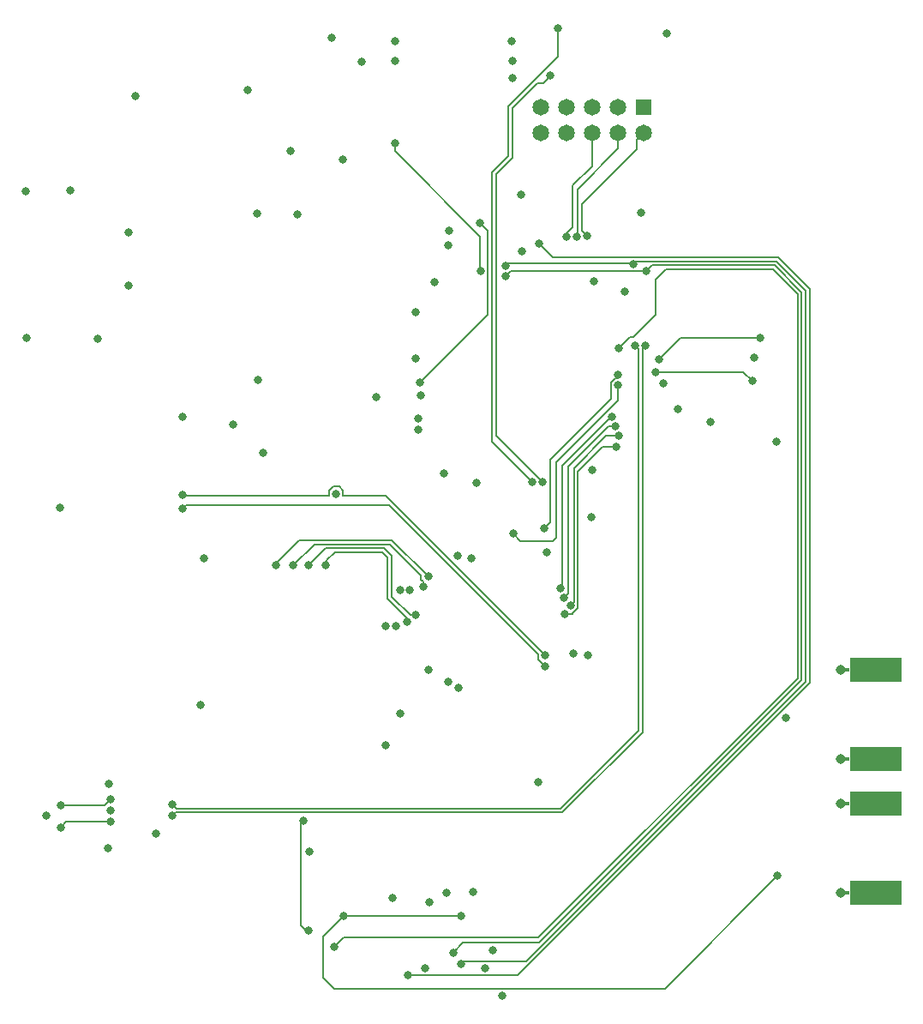
<source format=gbr>
%TF.GenerationSoftware,KiCad,Pcbnew,9.0.7*%
%TF.CreationDate,2026-02-08T15:09:09+00:00*%
%TF.ProjectId,lnb_control,6c6e625f-636f-46e7-9472-6f6c2e6b6963,rev?*%
%TF.SameCoordinates,Original*%
%TF.FileFunction,Copper,L4,Bot*%
%TF.FilePolarity,Positive*%
%FSLAX46Y46*%
G04 Gerber Fmt 4.6, Leading zero omitted, Abs format (unit mm)*
G04 Created by KiCad (PCBNEW 9.0.7) date 2026-02-08 15:09:09*
%MOMM*%
%LPD*%
G01*
G04 APERTURE LIST*
%TA.AperFunction,ComponentPad*%
%ADD10R,1.650000X1.650000*%
%TD*%
%TA.AperFunction,ComponentPad*%
%ADD11C,1.650000*%
%TD*%
%TA.AperFunction,SMDPad,CuDef*%
%ADD12R,5.080000X2.420000*%
%TD*%
%TA.AperFunction,SMDPad,CuDef*%
%ADD13R,0.950000X0.460000*%
%TD*%
%TA.AperFunction,ComponentPad*%
%ADD14C,0.970000*%
%TD*%
%TA.AperFunction,ViaPad*%
%ADD15C,0.800000*%
%TD*%
%TA.AperFunction,Conductor*%
%ADD16C,0.200000*%
%TD*%
G04 APERTURE END LIST*
D10*
%TO.P,J5,1,1*%
%TO.N,+3V3*%
X114055000Y-59685000D03*
D11*
%TO.P,J5,2,2*%
%TO.N,/MCU/SWDIO*%
X114055000Y-62225000D03*
%TO.P,J5,3,3*%
%TO.N,GND*%
X111515000Y-59685000D03*
%TO.P,J5,4,4*%
%TO.N,/MCU/SWCLK*%
X111515000Y-62225000D03*
%TO.P,J5,5,5*%
%TO.N,GND*%
X108975000Y-59685000D03*
%TO.P,J5,6,6*%
%TO.N,/MCU/SWO*%
X108975000Y-62225000D03*
%TO.P,J5,7,7*%
%TO.N,GND*%
X106435000Y-59685000D03*
%TO.P,J5,8,8*%
%TO.N,unconnected-(J5-Pad8)*%
X106435000Y-62225000D03*
%TO.P,J5,9,9*%
%TO.N,GND*%
X103895000Y-59685000D03*
%TO.P,J5,10,10*%
%TO.N,/MCU/NRST*%
X103895000Y-62225000D03*
%TD*%
D12*
%TO.P,J6,2,Ext*%
%TO.N,GND*%
X136950000Y-124030000D03*
X136950000Y-115270000D03*
D13*
X133960000Y-124030000D03*
X133960000Y-115270000D03*
D14*
X133510000Y-124030000D03*
X133510000Y-115270000D03*
%TD*%
D12*
%TO.P,J7,2,Ext*%
%TO.N,GND*%
X136950000Y-137250000D03*
X136950000Y-128490000D03*
D13*
X133960000Y-137250000D03*
X133960000Y-128490000D03*
D14*
X133510000Y-137250000D03*
X133510000Y-128490000D03*
%TD*%
D15*
%TO.N,GND*%
X63156634Y-77300040D03*
X89949997Y-107350000D03*
X61202000Y-126515000D03*
X124950000Y-84450000D03*
X91538000Y-79938000D03*
X101050000Y-55100000D03*
X76450000Y-93850000D03*
X65902000Y-131415000D03*
X94350000Y-95850000D03*
X94700000Y-116400000D03*
X56370000Y-99220000D03*
X95700000Y-104000000D03*
X101950000Y-68350000D03*
X101000000Y-53150000D03*
X61102000Y-132815000D03*
X116350000Y-52400000D03*
X115950000Y-87000000D03*
X57375000Y-67900000D03*
X86150000Y-55200000D03*
X112200000Y-77925000D03*
X100050000Y-147400000D03*
X90000000Y-119600000D03*
X60125000Y-82575000D03*
X92880908Y-138171565D03*
X89450000Y-55100000D03*
X79850000Y-70300000D03*
X53025000Y-67975000D03*
X63188247Y-72052347D03*
X87600000Y-88350000D03*
X88549997Y-110950000D03*
X83650000Y-97850000D03*
X89450000Y-53150000D03*
X120650000Y-90750000D03*
X94700000Y-73300000D03*
X103630908Y-126321565D03*
X128050000Y-120000000D03*
X108850000Y-100200000D03*
X63850000Y-58600000D03*
X108550000Y-113800000D03*
X53050000Y-82475000D03*
X74930000Y-58000000D03*
%TO.N,+3V3*%
X92050000Y-88150000D03*
X107131250Y-113631250D03*
X95750000Y-117000000D03*
X113750000Y-70100000D03*
X70570000Y-104260000D03*
X70290000Y-118740000D03*
X97050000Y-104200000D03*
X91538000Y-84488000D03*
X104450000Y-103612500D03*
X88550000Y-122650000D03*
X84300000Y-64900000D03*
X92800000Y-115250000D03*
X102000000Y-73900000D03*
X127200000Y-92700000D03*
X90950000Y-107350000D03*
X109088000Y-76850000D03*
X93400000Y-77000000D03*
X79150000Y-64000000D03*
X97550000Y-96800000D03*
X89550000Y-110950000D03*
X94850000Y-71900000D03*
X75900000Y-86650000D03*
X117450000Y-89500000D03*
X75850000Y-70200000D03*
X108950000Y-95551000D03*
X101100000Y-56800000D03*
%TO.N,/MCU/NRST*%
X97850000Y-71100000D03*
X91950000Y-86912000D03*
%TO.N,+12V*%
X98400000Y-144721565D03*
X97180908Y-137171565D03*
X83200000Y-52800000D03*
X89230908Y-137721565D03*
%TO.N,/MCU/W5500 Ethernet/SCSN*%
X106276958Y-109714958D03*
X111350000Y-93250000D03*
%TO.N,/MCU/W5500 Ethernet/SCLK*%
X111550148Y-92150452D03*
X106839434Y-108888142D03*
%TO.N,/MCU/W5500 Ethernet/MISO*%
X111239270Y-91200000D03*
X106166228Y-108148685D03*
%TO.N,/MCU/BOOT0*%
X89450000Y-63250000D03*
X97950000Y-75900000D03*
%TO.N,/MCU/I2C1_SDA*%
X113000000Y-75200000D03*
X100400000Y-75400000D03*
X96000000Y-144300000D03*
%TO.N,/MCU/I2C3_SCL*%
X124800000Y-86750000D03*
X115200000Y-85850000D03*
%TO.N,/MCU/W5500 Ethernet/W5500_RST*%
X101150000Y-101800000D03*
X111500000Y-87150000D03*
%TO.N,/MCU/USART3_RX*%
X104050000Y-96700000D03*
X104850000Y-56600000D03*
%TO.N,/MCU/LNBH26PQR/LNB_FLT*%
X103700000Y-73150000D03*
X90780908Y-145421565D03*
%TO.N,/MCU/SWCLK*%
X107450000Y-72500000D03*
%TO.N,/MCU/W5500 Ethernet/MOSI*%
X110923042Y-90251315D03*
X105850000Y-107200000D03*
%TO.N,/MCU/W5500 Ethernet/W5500_INT*%
X111500000Y-86100000D03*
X104200000Y-101250000D03*
%TO.N,/MCU/I2C3_SDA*%
X125550000Y-82450000D03*
X115600000Y-84550000D03*
%TO.N,/MCU/SWDIO*%
X108446684Y-72418604D03*
%TO.N,/MCU/I2C1_SCL*%
X100400000Y-76400000D03*
X114250000Y-75900000D03*
X95200000Y-143150000D03*
%TO.N,/MCU/SWO*%
X106450000Y-72451000D03*
%TO.N,/MCU/USART3_TX*%
X105600000Y-51900000D03*
X103049997Y-96700000D03*
%TO.N,VBUS*%
X55002000Y-129615000D03*
X61352000Y-129115000D03*
%TO.N,/MCU/W5500 Ethernet/RXP*%
X82600000Y-104950000D03*
X90700000Y-110500000D03*
%TO.N,/MCU/W5500 Ethernet/TXN*%
X77750000Y-104950000D03*
X92750000Y-106050000D03*
%TO.N,/MCU/W5500 Ethernet/RXN*%
X80950000Y-104950000D03*
X91550000Y-109850000D03*
%TO.N,/MCU/W5500 Ethernet/LNKLED*%
X68470000Y-99300000D03*
X104300000Y-114900000D03*
%TO.N,/MCU/W5500 Ethernet/ACTLED*%
X68470000Y-98000000D03*
X104300000Y-113800000D03*
%TO.N,/MCU/W5500 Ethernet/TXP*%
X92250000Y-107000000D03*
X79400000Y-104950000D03*
%TO.N,+3V3_ANA*%
X91800000Y-91500000D03*
X73450000Y-91050000D03*
%TO.N,VSSA*%
X91800000Y-90400000D03*
X68500000Y-90300000D03*
%TO.N,USB_D-*%
X67502000Y-128565000D03*
X113213131Y-83250000D03*
%TO.N,USB_D+*%
X67502000Y-129615000D03*
X114213134Y-83250000D03*
%TO.N,Net-(IC2-PA8)*%
X83455908Y-142621565D03*
X111550000Y-83450000D03*
%TO.N,Net-(D4-K)*%
X80450000Y-130100000D03*
X80950000Y-141000000D03*
%TO.N,Net-(D5-A)*%
X84400000Y-139550000D03*
X127250000Y-135600000D03*
X95980908Y-139571565D03*
%TO.N,USB_DP*%
X56452000Y-130815000D03*
X61352000Y-130265000D03*
%TO.N,USB_DN*%
X56452000Y-128615000D03*
X61352000Y-128065000D03*
%TO.N,PGND*%
X81030908Y-133221565D03*
X92430908Y-144671565D03*
X94580908Y-137221565D03*
X99150000Y-142900000D03*
%TD*%
D16*
%TO.N,/MCU/NRST*%
X98651000Y-80211000D02*
X98651000Y-71901000D01*
X98651000Y-71901000D02*
X97850000Y-71100000D01*
X91950000Y-86912000D02*
X98651000Y-80211000D01*
%TO.N,/MCU/W5500 Ethernet/SCSN*%
X107000000Y-109589142D02*
X107000000Y-109710976D01*
X109950000Y-93250000D02*
X107551000Y-95649000D01*
X107540434Y-109178506D02*
X107129798Y-109589142D01*
X107540434Y-108754242D02*
X107540434Y-109178506D01*
X107129798Y-109589142D02*
X107000000Y-109589142D01*
X107551000Y-95649000D02*
X107551000Y-108743676D01*
X107000000Y-109710976D02*
X107003982Y-109714958D01*
X107551000Y-108743676D02*
X107540434Y-108754242D01*
X111350000Y-93250000D02*
X109950000Y-93250000D01*
X107003982Y-109714958D02*
X106276958Y-109714958D01*
%TO.N,/MCU/W5500 Ethernet/SCLK*%
X111550148Y-92150452D02*
X111549696Y-92150000D01*
X111549696Y-92150000D02*
X110350000Y-92150000D01*
X110350000Y-92150000D02*
X107150000Y-95350000D01*
X107150000Y-108577576D02*
X106839434Y-108888142D01*
X107150000Y-95350000D02*
X107150000Y-108577576D01*
%TO.N,/MCU/W5500 Ethernet/MISO*%
X106600000Y-107714913D02*
X106600000Y-95141457D01*
X106600000Y-95141457D02*
X110541457Y-91200000D01*
X110541457Y-91200000D02*
X111239270Y-91200000D01*
X106166228Y-108148685D02*
X106600000Y-107714913D01*
%TO.N,/MCU/BOOT0*%
X97950000Y-75900000D02*
X97900000Y-75850000D01*
X97900000Y-75850000D02*
X97900000Y-72450000D01*
X89450000Y-64000000D02*
X89450000Y-63250000D01*
X97900000Y-72450000D02*
X89450000Y-64000000D01*
%TO.N,/MCU/I2C1_SDA*%
X130049000Y-77816100D02*
X127133900Y-74901000D01*
X113000000Y-75200000D02*
X112949000Y-75149000D01*
X96279435Y-144020565D02*
X102412335Y-144020565D01*
X96000000Y-144300000D02*
X96279435Y-144020565D01*
X100651000Y-75149000D02*
X100400000Y-75400000D01*
X130049000Y-116383900D02*
X130049000Y-77816100D01*
X102412335Y-144020565D02*
X130049000Y-116383900D01*
X127133900Y-74901000D02*
X113299000Y-74901000D01*
X113299000Y-74901000D02*
X113000000Y-75200000D01*
X113000000Y-75200000D02*
X113000000Y-74900000D01*
X112949000Y-75149000D02*
X100651000Y-75149000D01*
X113000000Y-75200000D02*
X113050000Y-75150000D01*
%TO.N,/MCU/I2C3_SCL*%
X123900000Y-85850000D02*
X124800000Y-86750000D01*
X115200000Y-85850000D02*
X123900000Y-85850000D01*
%TO.N,/MCU/W5500 Ethernet/W5500_RST*%
X105090364Y-102501000D02*
X105400000Y-102191364D01*
X101851000Y-102501000D02*
X105090364Y-102501000D01*
X101150000Y-101800000D02*
X101851000Y-102501000D01*
X105400000Y-102191364D02*
X105400000Y-94750000D01*
X111500000Y-88650000D02*
X111500000Y-87150000D01*
X105400000Y-94750000D02*
X111500000Y-88650000D01*
%TO.N,/MCU/USART3_RX*%
X104550997Y-56600000D02*
X104850000Y-56600000D01*
X104050000Y-96700000D02*
X99451000Y-92101000D01*
X103566100Y-57301000D02*
X104140361Y-57301000D01*
X101051000Y-59816100D02*
X103566100Y-57301000D01*
X99451000Y-71566800D02*
X99451000Y-66316100D01*
X99453000Y-80543200D02*
X99453000Y-71568800D01*
X99451000Y-80545200D02*
X99453000Y-80543200D01*
X99453000Y-71568800D02*
X99451000Y-71566800D01*
X99451000Y-92101000D02*
X99451000Y-80545200D01*
X101051000Y-64716100D02*
X101051000Y-59816100D01*
X104140361Y-57301000D02*
X104550997Y-56890364D01*
X99451000Y-66316100D02*
X101051000Y-64716100D01*
X104550997Y-56890364D02*
X104550997Y-56600000D01*
%TO.N,/MCU/LNBH26PQR/LNB_FLT*%
X103700000Y-73150000D02*
X105050000Y-74500000D01*
X101578435Y-145421565D02*
X90780908Y-145421565D01*
X105050000Y-74500000D02*
X112708636Y-74500000D01*
X112708636Y-74500000D02*
X112709636Y-74499000D01*
X130450000Y-77650000D02*
X130450000Y-116550000D01*
X112709636Y-74499000D02*
X113290364Y-74499000D01*
X113290364Y-74499000D02*
X113291364Y-74500000D01*
X113291364Y-74500000D02*
X127300000Y-74500000D01*
X127300000Y-74500000D02*
X130450000Y-77650000D01*
X130450000Y-116550000D02*
X101578435Y-145421565D01*
%TO.N,/MCU/SWCLK*%
X107500000Y-72450000D02*
X107500000Y-67820000D01*
X111515000Y-63805000D02*
X111515000Y-62225000D01*
X107500000Y-67820000D02*
X111515000Y-63805000D01*
X107450000Y-72500000D02*
X107500000Y-72450000D01*
%TO.N,/MCU/W5500 Ethernet/MOSI*%
X106000000Y-95050000D02*
X110798685Y-90251315D01*
X110798685Y-90251315D02*
X110923042Y-90251315D01*
X105850000Y-107200000D02*
X106000000Y-107050000D01*
X106000000Y-107050000D02*
X106000000Y-95050000D01*
%TO.N,/MCU/W5500 Ethernet/W5500_INT*%
X111500000Y-86100000D02*
X111500000Y-86449000D01*
X111209636Y-86449000D02*
X110799000Y-86859636D01*
X111500000Y-86449000D02*
X111209636Y-86449000D01*
X104800000Y-100650000D02*
X104200000Y-101250000D01*
X110799000Y-86859636D02*
X110799000Y-88501000D01*
X104800000Y-94500000D02*
X104800000Y-100650000D01*
X110799000Y-88501000D02*
X104800000Y-94500000D01*
%TO.N,/MCU/I2C3_SDA*%
X125550000Y-82450000D02*
X117700000Y-82450000D01*
X117700000Y-82450000D02*
X115600000Y-84550000D01*
%TO.N,/MCU/SWDIO*%
X107950000Y-71921920D02*
X107950000Y-69250000D01*
X108446684Y-72418604D02*
X107950000Y-71921920D01*
X113350000Y-63850000D02*
X113350000Y-62930000D01*
X107950000Y-69250000D02*
X113350000Y-63850000D01*
X113350000Y-62930000D02*
X114055000Y-62225000D01*
%TO.N,/MCU/I2C1_SCL*%
X95200000Y-143150000D02*
X96150000Y-142200000D01*
X129648000Y-77982200D02*
X126967800Y-75302000D01*
X129648000Y-116217800D02*
X129648000Y-77982200D01*
X95200000Y-143150000D02*
X95497527Y-142852473D01*
X114250000Y-75900000D02*
X100900000Y-75900000D01*
X96150000Y-142200000D02*
X103665800Y-142200000D01*
X114848000Y-75302000D02*
X114250000Y-75900000D01*
X100900000Y-75900000D02*
X100400000Y-76400000D01*
X114250000Y-75900000D02*
X114300000Y-75850000D01*
X126967800Y-75302000D02*
X114848000Y-75302000D01*
X103665800Y-142200000D02*
X129648000Y-116217800D01*
%TO.N,/MCU/SWO*%
X107050000Y-71550000D02*
X107050000Y-67400000D01*
X106450000Y-72150000D02*
X107050000Y-71550000D01*
X106450000Y-72451000D02*
X106450000Y-72150000D01*
X108930000Y-62270000D02*
X108975000Y-62225000D01*
X108930000Y-65520000D02*
X108930000Y-62270000D01*
X107050000Y-67400000D02*
X108930000Y-65520000D01*
%TO.N,/MCU/USART3_TX*%
X100650000Y-64550000D02*
X99050000Y-66150000D01*
X99052000Y-80377100D02*
X99050000Y-80379100D01*
X105600000Y-51900000D02*
X105600000Y-54700000D01*
X99050000Y-66150000D02*
X99050000Y-71732900D01*
X105600000Y-54700000D02*
X100650000Y-59650000D01*
X100650000Y-59650000D02*
X100650000Y-64550000D01*
X99052000Y-71734900D02*
X99052000Y-80377100D01*
X99050000Y-71732900D02*
X99052000Y-71734900D01*
X99050000Y-80379100D02*
X99050000Y-92700003D01*
X99050000Y-92700003D02*
X103049997Y-96700000D01*
%TO.N,/MCU/W5500 Ethernet/RXP*%
X90700000Y-110132843D02*
X88750000Y-108182843D01*
X90700000Y-110500000D02*
X90700000Y-110132843D01*
X88750000Y-108182843D02*
X88750000Y-104148593D01*
X83532844Y-103650000D02*
X82750000Y-104432844D01*
X88251407Y-103650000D02*
X83532844Y-103650000D01*
X88750000Y-104148593D02*
X88251407Y-103650000D01*
X82750000Y-104432844D02*
X82750000Y-104650000D01*
%TO.N,/MCU/W5500 Ethernet/TXN*%
X92750000Y-106050000D02*
X89150000Y-102450000D01*
X80017156Y-102450000D02*
X77750000Y-104717156D01*
X77750000Y-104717156D02*
X77750000Y-104950000D01*
X89150000Y-102450000D02*
X80017156Y-102450000D01*
%TO.N,/MCU/W5500 Ethernet/RXN*%
X89150000Y-103982905D02*
X88417095Y-103250000D01*
X90982843Y-109850000D02*
X89150000Y-108017157D01*
X91550000Y-109850000D02*
X90982843Y-109850000D01*
X88417095Y-103250000D02*
X82650000Y-103250000D01*
X89150000Y-108017157D02*
X89150000Y-103982905D01*
X82650000Y-103250000D02*
X80950000Y-104950000D01*
%TO.N,/MCU/W5500 Ethernet/LNKLED*%
X68810000Y-98960000D02*
X68820000Y-98950000D01*
X68820000Y-98950000D02*
X88850000Y-98950000D01*
X88850000Y-98950000D02*
X103599000Y-113699000D01*
X103599000Y-113699000D02*
X103599000Y-114199000D01*
X103599000Y-114199000D02*
X104300000Y-114900000D01*
X68470000Y-99300000D02*
X68810000Y-98960000D01*
%TO.N,/MCU/W5500 Ethernet/ACTLED*%
X83940364Y-97149000D02*
X84351000Y-97559636D01*
X83359636Y-97149000D02*
X83940364Y-97149000D01*
X68470000Y-98000000D02*
X68490000Y-98020000D01*
X88520000Y-98020000D02*
X104300000Y-113800000D01*
X84351000Y-98020000D02*
X88520000Y-98020000D01*
X82949000Y-98020000D02*
X82949000Y-97559636D01*
X68470000Y-98000000D02*
X68500000Y-98030000D01*
X84351000Y-97559636D02*
X84351000Y-98020000D01*
X82949000Y-97559636D02*
X83359636Y-97149000D01*
X68490000Y-98020000D02*
X82949000Y-98020000D01*
%TO.N,/MCU/W5500 Ethernet/TXP*%
X92049000Y-106340364D02*
X92049000Y-105914686D01*
X92250000Y-106541364D02*
X92049000Y-106340364D01*
X92250000Y-107000000D02*
X92250000Y-106541364D01*
X79400000Y-104950000D02*
X79400000Y-104832844D01*
X92049000Y-105914686D02*
X88984314Y-102850000D01*
X88984314Y-102850000D02*
X81500000Y-102850000D01*
X81500000Y-102850000D02*
X79400000Y-104950000D01*
%TO.N,USB_D-*%
X113513132Y-121254024D02*
X105842156Y-128925000D01*
X113213131Y-83250000D02*
X113213131Y-83536869D01*
X67862000Y-128925000D02*
X67502000Y-128565000D01*
X113513132Y-83550002D02*
X113513132Y-121254024D01*
X113213131Y-83250000D02*
X113513132Y-83550002D01*
X105842156Y-128925000D02*
X67862000Y-128925000D01*
%TO.N,USB_D+*%
X67792000Y-129325000D02*
X67502000Y-129615000D01*
X106007844Y-129325000D02*
X67792000Y-129325000D01*
X113913132Y-121419712D02*
X106007844Y-129325000D01*
X114213134Y-83250000D02*
X113913132Y-83550002D01*
X113913132Y-83550002D02*
X113913132Y-121419712D01*
%TO.N,Net-(IC2-PA8)*%
X84428123Y-141649350D02*
X83455908Y-142621565D01*
X129247000Y-116051700D02*
X103649350Y-141649350D01*
X129247000Y-78148300D02*
X129247000Y-116051700D01*
X115200000Y-80200000D02*
X115200000Y-76700000D01*
X126801700Y-75703000D02*
X129247000Y-78148300D01*
X113050000Y-82350000D02*
X115200000Y-80200000D01*
X116197000Y-75703000D02*
X126801700Y-75703000D01*
X103649350Y-141649350D02*
X84428123Y-141649350D01*
X111550000Y-83450000D02*
X112650000Y-82350000D01*
X111550000Y-83450000D02*
X111600000Y-83450000D01*
X115200000Y-76700000D02*
X116197000Y-75703000D01*
X112650000Y-82350000D02*
X113050000Y-82350000D01*
%TO.N,Net-(D4-K)*%
X80150000Y-140450000D02*
X80150000Y-130400000D01*
X80150000Y-130400000D02*
X80450000Y-130100000D01*
X80700000Y-141000000D02*
X80150000Y-140450000D01*
X80950000Y-141000000D02*
X80700000Y-141000000D01*
%TO.N,Net-(D5-A)*%
X84400000Y-139550000D02*
X84421565Y-139571565D01*
X82400000Y-145649000D02*
X83450000Y-146699000D01*
X83450000Y-146699000D02*
X116151000Y-146699000D01*
X116151000Y-146699000D02*
X127250000Y-135600000D01*
X82400000Y-141550000D02*
X82400000Y-145649000D01*
X84400000Y-139550000D02*
X95959343Y-139550000D01*
X84400000Y-139550000D02*
X82400000Y-141550000D01*
X95959343Y-139550000D02*
X95980908Y-139571565D01*
%TO.N,USB_DP*%
X57002000Y-130265000D02*
X56452000Y-130815000D01*
X61352000Y-130265000D02*
X57002000Y-130265000D01*
%TO.N,USB_DN*%
X60802000Y-128615000D02*
X56452000Y-128615000D01*
X61352000Y-128065000D02*
X60802000Y-128615000D01*
%TD*%
M02*

</source>
